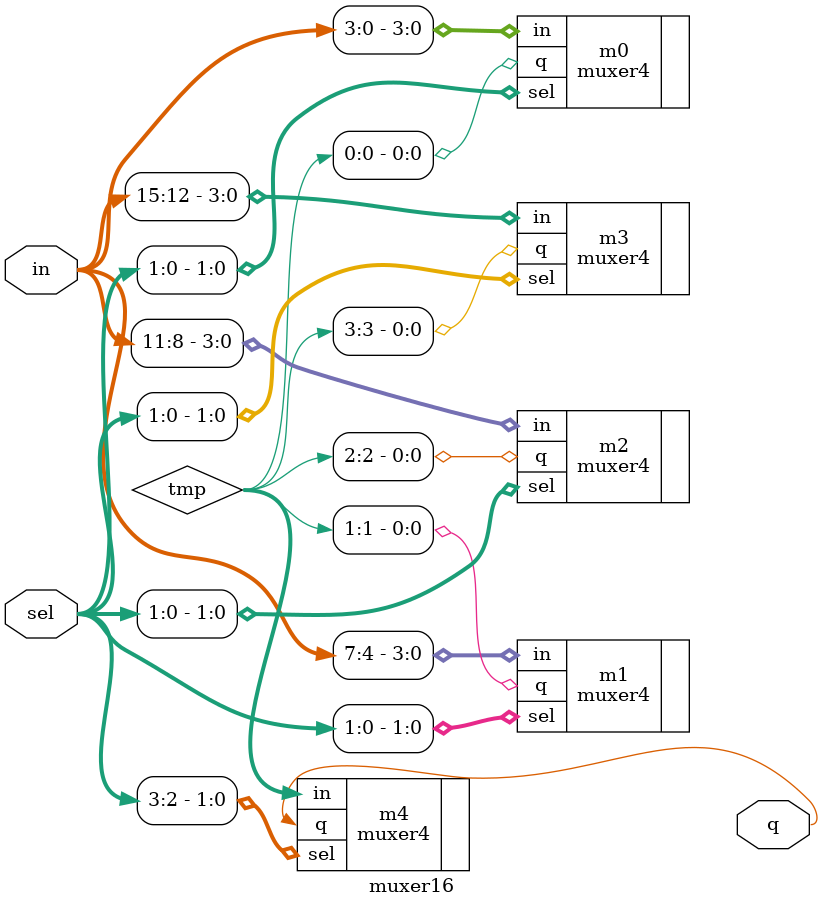
<source format=sv>
`timescale 1ns / 1ps


module muxer16(
    input logic [15:0] in,
    input logic [3:0] sel,
    output logic q
    );
    
logic [3:0] tmp;
   
    muxer4 m0(.in(in[3:0]), .sel(sel[1:0]), .q(tmp[0]));
    muxer4 m1(.in(in[7:4]), .sel(sel[1:0]), .q(tmp[1]));
    muxer4 m2(.in(in[11:8]), .sel(sel[1:0]), .q(tmp[2]));
    muxer4 m3(.in(in[15:12]), .sel(sel[1:0]), .q(tmp[3]));

    muxer4 m4(.in(tmp), .sel(sel[3:2]), .q(q));

endmodule

</source>
